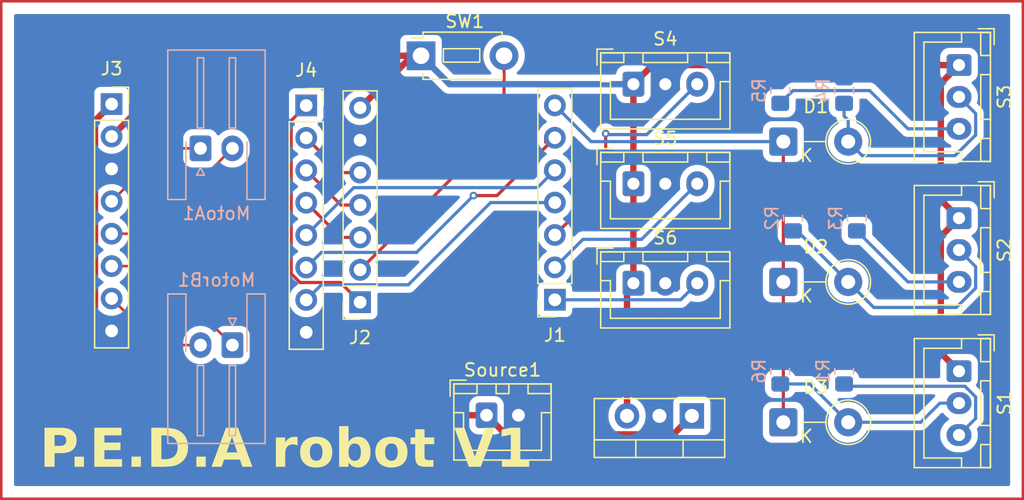
<source format=kicad_pcb>
(kicad_pcb (version 20241229) (generator "pcbnew") (generator_version "9.0")
  (layers (0 "F.Cu" signal) (2 "B.Cu" signal) (13 "F.Paste" user) (15 "B.Paste" user) (5 "F.SilkS" user "F.Silkscreen") (7 "B.SilkS" user "B.Silkscreen") (1 "F.Mask" user) (3 "B.Mask" user) (25 "Edge.Cuts" user))
  (net 0 "")
  (net 1 "GND")
  (net 2 "+10V")
  (net 3 "Net-(D1-K)")
  (net 4 "/S3")
  (net 5 "/S2")
  (net 6 "/S1")
  (net 7 "/MB2")
  (net 8 "/MB1")
  (net 9 "+5V")
  (net 10 "/MA2")
  (net 11 "/MA1")
  (net 12 "Net-(J3-Pin_5)")
  (net 13 "Net-(J3-Pin_7)")
  (net 14 "Net-(J3-Pin_6)")
  (net 15 "Net-(J3-Pin_4)")
  (net 16 "/PWMA")
  (net 17 "/PWMB")
  (net 18 "/Stby")
  (net 19 "Net-(S1-Pin_3)")
  (net 20 "Net-(S2-Pin_3)")
  (net 21 "Net-(S3-Pin_3)")
  (net 22 "/S6")
  (net 23 "/S4")
  (net 24 "/S5")
  (net 25 "Net-(J2-Pin_2)")
  (footprint "Package_TO_SOT_THT:TO-220-3_Vertical" (layer "F.Cu") (at 192.08 86.5 180)
    (property "Reference" "U2" (hide yes))
    (property "Value" "LM7805_TO220")
    (fp_line (start 7.65 1.36) (end -2.57 1.36) (stroke (width 0.12)) (layer "F.SilkS"))
    (fp_line (start 7.65 -3.26) (end 7.65 1.36) (stroke (width 0.12)) (layer "F.SilkS"))
    (fp_line (start 4.39 -3.26) (end 4.39 -1.88) (stroke (width 0.12)) (layer "F.SilkS"))
    (fp_line (start 0.69 -3.26) (end 0.69 -1.88) (stroke (width 0.12)) (layer "F.SilkS"))
    (fp_line (start -2.57 1.36) (end -2.57 -3.26) (stroke (width 0.12)) (layer "F.SilkS"))
    (fp_line (start -2.57 -1.88) (end 7.65 -1.88) (stroke (width 0.12)) (layer "F.SilkS"))
    (fp_line (start -2.57 -3.26) (end 7.65 -3.26) (stroke (width 0.12)) (layer "F.SilkS"))
    (pad "1" thru_hole rect (at 0 0 180) (size 1.905 2) (drill 1.1) (layers "*.Cu" "*.Mask") (net 2 "+10V"))
    (pad "2" thru_hole oval (at 2.54 0 180) (size 1.905 2) (drill 1.1) (layers "*.Cu" "*.Mask") (net 1 "GND"))
    (pad "3" thru_hole oval (at 5.08 0 180) (size 1.905 2) (drill 1.1) (layers "*.Cu" "*.Mask") (net 9 "+5V"))
  )
  (footprint "Connector_JST:JST_XH_B2B-XH-A_1x02_P2.50mm_Vertical" (layer "F.Cu") (at 176 86.45)
    (property "Reference" "Source1" (at 1.25 -3.55 0) (layer "F.SilkS"))
    (property "Value" "Conn_01x02_Socket")
    (fp_line (start -2.85 -2.75) (end -2.85 -1.5) (stroke (width 0.12)) (layer "F.SilkS"))
    (fp_line (start -2.56 -2.46) (end -2.56 3.51) (stroke (width 0.12)) (layer "F.SilkS"))
    (fp_line (start -2.56 3.51) (end 5.06 3.51) (stroke (width 0.12)) (layer "F.SilkS"))
    (fp_line (start -2.55 -2.45) (end -2.55 -1.7) (stroke (width 0.12)) (layer "F.SilkS"))
    (fp_line (start -2.55 -1.7) (end -0.75 -1.7) (stroke (width 0.12)) (layer "F.SilkS"))
    (fp_line (start -2.55 -0.2) (end -1.8 -0.2) (stroke (width 0.12)) (layer "F.SilkS"))
    (fp_line (start -1.8 -0.2) (end -1.8 2.75) (stroke (width 0.12)) (layer "F.SilkS"))
    (fp_line (start -1.8 2.75) (end 1.25 2.75) (stroke (width 0.12)) (layer "F.SilkS"))
    (fp_line (start -1.6 -2.75) (end -2.85 -2.75) (stroke (width 0.12)) (layer "F.SilkS"))
    (fp_line (start -0.75 -2.45) (end -2.55 -2.45) (stroke (width 0.12)) (layer "F.SilkS"))
    (fp_line (start -0.75 -1.7) (end -0.75 -2.45) (stroke (width 0.12)) (layer "F.SilkS"))
    (fp_line (start 0.75 -2.45) (end 0.75 -1.7) (stroke (width 0.12)) (layer "F.SilkS"))
    (fp_line (start 0.75 -1.7) (end 1.75 -1.7) (stroke (width 0.12)) (layer "F.SilkS"))
    (fp_line (start 1.75 -2.45) (end 0.75 -2.45) (stroke (width 0.12)) (layer "F.SilkS"))
    (fp_line (start 1.75 -1.7) (end 1.75 -2.45) (stroke (width 0.12)) (layer "F.SilkS"))
    (fp_line (start 3.25 -2.45) (end 3.25 -1.7) (stroke (width 0.12)) (layer "F.SilkS"))
    (fp_line (start 3.25 -1.7) (end 5.05 -1.7) (stroke (width 0.12)) (layer "F.SilkS"))
    (fp_line (start 4.3 -0.2) (end 4.3 2.75) (stroke (width 0.12)) (layer "F.SilkS"))
    (fp_line (start 4.3 2.75) (end 1.25 2.75) (stroke (width 0.12)) (layer "F.SilkS"))
    (fp_line (start 5.05 -2.45) (end 3.25 -2.45) (stroke (width 0.12)) (layer "F.SilkS"))
    (fp_line (start 5.05 -1.7) (end 5.05 -2.45) (stroke (width 0.12)) (layer "F.SilkS"))
    (fp_line (start 5.05 -0.2) (end 4.3 -0.2) (stroke (width 0.12)) (layer "F.SilkS"))
    (fp_line (start 5.06 -2.46) (end -2.56 -2.46) (stroke (width 0.12)) (layer "F.SilkS"))
    (fp_line (start 5.06 3.51) (end 5.06 -2.46) (stroke (width 0.12)) (layer "F.SilkS"))
    (pad "1" thru_hole roundrect (at 0 0) (size 1.7 2) (drill 1) (layers "*.Cu" "*.Mask") (roundrect_rratio 0.147059) (net 2 "+10V"))
    (pad "2" thru_hole oval (at 2.5 0) (size 1.7 2) (drill 1) (layers "*.Cu" "*.Mask") (net 1 "GND"))
  )
  (footprint "Connector_PinSocket_2.54mm:PinSocket_1x08_P2.54mm_Vertical" (layer "F.Cu") (at 146.64 62.06)
    (property "Reference" "J3" (at 0 -2.77 0) (layer "F.SilkS"))
    (property "Value" "Conn_01x08_Socket")
    (fp_line (start -1.33 1.27) (end -1.33 19.11) (stroke (width 0.12)) (layer "F.SilkS"))
    (fp_line (start -1.33 1.27) (end 1.33 1.27) (stroke (width 0.12)) (layer "F.SilkS"))
    (fp_line (start -1.33 19.11) (end 1.33 19.11) (stroke (width 0.12)) (layer "F.SilkS"))
    (fp_line (start 0 -1.33) (end 1.33 -1.33) (stroke (width 0.12)) (layer "F.SilkS"))
    (fp_line (start 1.33 -1.33) (end 1.33 0) (stroke (width 0.12)) (layer "F.SilkS"))
    (fp_line (start 1.33 1.27) (end 1.33 19.11) (stroke (width 0.12)) (layer "F.SilkS"))
    (pad "1" thru_hole rect (at 0 0) (size 1.7 1.7) (drill 1) (layers "*.Cu" "*.Mask") (net 2 "+10V"))
    (pad "2" thru_hole circle (at 0 2.54) (size 1.7 1.7) (drill 1) (layers "*.Cu" "*.Mask") (net 9 "+5V"))
    (pad "3" thru_hole circle (at 0 5.08) (size 1.7 1.7) (drill 1) (layers "*.Cu" "*.Mask") (net 1 "GND"))
    (pad "4" thru_hole circle (at 0 7.62) (size 1.7 1.7) (drill 1) (layers "*.Cu" "*.Mask") (net 15 "Net-(J3-Pin_4)"))
    (pad "5" thru_hole circle (at 0 10.16) (size 1.7 1.7) (drill 1) (layers "*.Cu" "*.Mask") (net 12 "Net-(J3-Pin_5)"))
    (pad "6" thru_hole circle (at 0 12.7) (size 1.7 1.7) (drill 1) (layers "*.Cu" "*.Mask") (net 14 "Net-(J3-Pin_6)"))
    (pad "7" thru_hole circle (at 0 15.24) (size 1.7 1.7) (drill 1) (layers "*.Cu" "*.Mask") (net 13 "Net-(J3-Pin_7)"))
    (pad "8" thru_hole circle (at 0 17.78) (size 1.7 1.7) (drill 1) (layers "*.Cu" "*.Mask") (net 1 "GND"))
  )
  (footprint "Button_Switch_THT:SW_PUSH_1P1T_6x3.5mm_H5.0_APEM_MJTP1250" (layer "F.Cu") (at 170.87 58.27)
    (property "Reference" "SW1" (at 3.42 -2.7 0) (layer "F.SilkS"))
    (property "Value" "SW_Push")
    (fp_line (start 0.15 -1.85) (end 0.15 -1.39) (stroke (width 0.12)) (layer "F.SilkS"))
    (fp_line (start 0.15 -1.39) (end -0.85 -1.39) (stroke (width 0.12)) (layer "F.SilkS"))
    (fp_line (start 0.15 1.39) (end 0.15 1.85) (stroke (width 0.12)) (layer "F.SilkS"))
    (fp_line (start 0.15 1.85) (end 6.35 1.85) (stroke (width 0.12)) (layer "F.SilkS"))
    (fp_line (start 6.35 -1.85) (end 0.15 -1.85) (stroke (width 0.12)) (layer "F.SilkS"))
    (fp_line (start 6.35 -1.85) (end 6.35 -1.39) (stroke (width 0.12)) (layer "F.SilkS"))
    (fp_line (start 6.35 1.39) (end 6.35 1.85) (stroke (width 0.12)) (layer "F.SilkS"))
    (fp_rect (start 1.75 -0.55) (end 4.6 0.5) (stroke (width 0.12)) (fill no) (layer "F.SilkS"))
    (pad "1" thru_hole rect (at 0 0 90) (size 2.25 2.25) (drill 1.3) (layers "*.Cu" "*.Mask") (net 9 "+5V"))
    (pad "2" thru_hole circle (at 6.5 0 90) (size 2.25 2.25) (drill 1.3) (layers "*.Cu" "*.Mask") (net 25 "Net-(J2-Pin_2)"))
  )
  (footprint "Diode_THT:D_DO-41_SOD81_P5.08mm_Vertical_KathodeUp" (layer "F.Cu") (at 199.242182 87)
    (property "Reference" "D3" (at 2.54 -2.750635 0) (layer "F.SilkS"))
    (property "Value" "1N4001")
    (fp_line (start 3.329365 0) (end 1.4 0) (stroke (width 0.12)) (layer "F.SilkS"))
    (fp_circle (center 5.08 0) (end 6.830635 0) (stroke (width 0.12)) (fill no) (layer "F.SilkS"))
    (fp_text user "K" (at 1.8 1.1 0) (layer "F.SilkS"))
    (pad "1" thru_hole roundrect (at 0 0) (size 2.2 2.2) (drill 1.1) (layers "*.Cu" "*.Mask") (roundrect_rratio 0.113636) (net 3 "Net-(D1-K)"))
    (pad "2" thru_hole circle (at 5.08 0) (size 2.2 2.2) (drill 1.1) (layers "*.Cu" "*.Mask") (net 6 "/S1"))
  )
  (footprint "Connector_JST:JST_XH_B3B-XH-A_1x03_P2.50mm_Vertical" (layer "F.Cu") (at 213 71 -90)
    (property "Reference" "S2" (at 2.5 -3.55 90) (layer "F.SilkS"))
    (property "Value" "Conn_01x03_Socket")
    (fp_line (start -2.56 3.51) (end 7.56 3.51) (stroke (width 0.12)) (layer "F.SilkS"))
    (fp_line (start 7.56 3.51) (end 7.56 -2.46) (stroke (width 0.12)) (layer "F.SilkS"))
    (fp_line (start -1.8 2.75) (end 2.5 2.75) (stroke (width 0.12)) (layer "F.SilkS"))
    (fp_line (start 6.8 2.75) (end 2.5 2.75) (stroke (width 0.12)) (layer "F.SilkS"))
    (fp_line (start -2.55 -0.2) (end -1.8 -0.2) (stroke (width 0.12)) (layer "F.SilkS"))
    (fp_line (start -1.8 -0.2) (end -1.8 2.75) (stroke (width 0.12)) (layer "F.SilkS"))
    (fp_line (start 6.8 -0.2) (end 6.8 2.75) (stroke (width 0.12)) (layer "F.SilkS"))
    (fp_line (start 7.55 -0.2) (end 6.8 -0.2) (stroke (width 0.12)) (layer "F.SilkS"))
    (fp_line (start -2.55 -1.7) (end -0.75 -1.7) (stroke (width 0.12)) (layer "F.SilkS"))
    (fp_line (start -0.75 -1.7) (end -0.75 -2.45) (stroke (width 0.12)) (layer "F.SilkS"))
    (fp_line (start 0.75 -1.7) (end 4.25 -1.7) (stroke (width 0.12)) (layer "F.SilkS"))
    (fp_line (start 4.25 -1.7) (end 4.25 -2.45) (stroke (width 0.12)) (layer "F.SilkS"))
    (fp_line (start 5.75 -1.7) (end 7.55 -1.7) (stroke (width 0.12)) (layer "F.SilkS"))
    (fp_line (start 7.55 -1.7) (end 7.55 -2.45) (stroke (width 0.12)) (layer "F.SilkS"))
    (fp_line (start -2.55 -2.45) (end -2.55 -1.7) (stroke (width 0.12)) (layer "F.SilkS"))
    (fp_line (start -0.75 -2.45) (end -2.55 -2.45) (stroke (width 0.12)) (layer "F.SilkS"))
    (fp_line (start 0.75 -2.45) (end 0.75 -1.7) (stroke (width 0.12)) (layer "F.SilkS"))
    (fp_line (start 4.25 -2.45) (end 0.75 -2.45) (stroke (width 0.12)) (layer "F.SilkS"))
    (fp_line (start 5.75 -2.45) (end 5.75 -1.7) (stroke (width 0.12)) (layer "F.SilkS"))
    (fp_line (start 7.55 -2.45) (end 5.75 -2.45) (stroke (width 0.12)) (layer "F.SilkS"))
    (fp_line (start -2.56 -2.46) (end -2.56 3.51) (stroke (width 0.12)) (layer "F.SilkS"))
    (fp_line (start 7.56 -2.46) (end -2.56 -2.46) (stroke (width 0.12)) (layer "F.SilkS"))
    (fp_line (start -2.85 -2.75) (end -2.85 -1.5) (stroke (width 0.12)) (layer "F.SilkS"))
    (fp_line (start -1.6 -2.75) (end -2.85 -2.75) (stroke (width 0.12)) (layer "F.SilkS"))
    (pad "1" thru_hole roundrect (at 0 0 270) (size 1.7 1.95) (drill 0.95) (layers "*.Cu" "*.Mask") (roundrect_rratio 0.147059) (net 9 "+5V"))
    (pad "2" thru_hole oval (at 2.5 0 270) (size 1.7 1.95) (drill 0.95) (layers "*.Cu" "*.Mask") (net 5 "/S2"))
    (pad "3" thru_hole oval (at 5 0 270) (size 1.7 1.95) (drill 0.95) (layers "*.Cu" "*.Mask") (net 20 "Net-(S2-Pin_3)"))
  )
  (footprint "Connector_PinSocket_2.54mm:PinSocket_1x07_P2.54mm_Vertical" (layer "F.Cu") (at 166.1 77.59 180)
    (property "Reference" "J2" (at 0 -2.77 0) (layer "F.SilkS"))
    (property "Value" "Conn_01x07_Socket")
    (fp_line (start 1.33 1.27) (end 1.33 16.57) (stroke (width 0.12)) (layer "F.SilkS"))
    (fp_line (start 1.33 -1.33) (end 1.33 0) (stroke (width 0.12)) (layer "F.SilkS"))
    (fp_line (start 0 -1.33) (end 1.33 -1.33) (stroke (width 0.12)) (layer "F.SilkS"))
    (fp_line (start -1.33 16.57) (end 1.33 16.57) (stroke (width 0.12)) (layer "F.SilkS"))
    (fp_line (start -1.33 1.27) (end 1.33 1.27) (stroke (width 0.12)) (layer "F.SilkS"))
    (fp_line (start -1.33 1.27) (end -1.33 16.57) (stroke (width 0.12)) (layer "F.SilkS"))
    (pad "1" thru_hole rect (at 0 0 180) (size 1.7 1.7) (drill 1) (layers "*.Cu" "*.Mask") (net 16 "/PWMA"))
    (pad "2" thru_hole circle (at 0 2.54 180) (size 1.7 1.7) (drill 1) (layers "*.Cu" "*.Mask") (net 25 "Net-(J2-Pin_2)"))
    (pad "3" thru_hole circle (at 0 5.08 180) (size 1.7 1.7) (drill 1) (layers "*.Cu" "*.Mask") (net 18 "/Stby"))
    (pad "4" thru_hole circle (at 0 7.62 180) (size 1.7 1.7) (drill 1) (layers "*.Cu" "*.Mask") (net 10 "/MA2"))
    (pad "5" thru_hole circle (at 0 10.16 180) (size 1.7 1.7) (drill 1) (layers "*.Cu" "*.Mask") (net 11 "/MA1"))
    (pad "6" thru_hole circle (at 0 12.7 180) (size 1.7 1.7) (drill 1) (layers "*.Cu" "*.Mask") (net 1 "GND"))
    (pad "7" thru_hole circle (at 0 15.24 180) (size 1.7 1.7) (drill 1) (layers "*.Cu" "*.Mask") (net 9 "+5V"))
  )
  (footprint "Connector_JST:JST_XH_B3B-XH-A_1x03_P2.50mm_Vertical" (layer "F.Cu") (at 213 59 -90)
    (property "Reference" "S3" (at 2.5 -3.55 90) (layer "F.SilkS"))
    (property "Value" "Conn_01x03_Socket")
    (fp_line (start -2.56 3.51) (end 7.56 3.51) (stroke (width 0.12)) (layer "F.SilkS"))
    (fp_line (start 7.56 3.51) (end 7.56 -2.46) (stroke (width 0.12)) (layer "F.SilkS"))
    (fp_line (start -1.8 2.75) (end 2.5 2.75) (stroke (width 0.12)) (layer "F.SilkS"))
    (fp_line (start 6.8 2.75) (end 2.5 2.75) (stroke (width 0.12)) (layer "F.SilkS"))
    (fp_line (start -2.55 -0.2) (end -1.8 -0.2) (stroke (width 0.12)) (layer "F.SilkS"))
    (fp_line (start -1.8 -0.2) (end -1.8 2.75) (stroke (width 0.12)) (layer "F.SilkS"))
    (fp_line (start 6.8 -0.2) (end 6.8 2.75) (stroke (width 0.12)) (layer "F.SilkS"))
    (fp_line (start 7.55 -0.2) (end 6.8 -0.2) (stroke (width 0.12)) (layer "F.SilkS"))
    (fp_line (start -2.55 -1.7) (end -0.75 -1.7) (stroke (width 0.12)) (layer "F.SilkS"))
    (fp_line (start -0.75 -1.7) (end -0.75 -2.45) (stroke (width 0.12)) (layer "F.SilkS"))
    (fp_line (start 0.75 -1.7) (end 4.25 -1.7) (stroke (width 0.12)) (layer "F.SilkS"))
    (fp_line (start 4.25 -1.7) (end 4.25 -2.45) (stroke (width 0.12)) (layer "F.SilkS"))
    (fp_line (start 5.75 -1.7) (end 7.55 -1.7) (stroke (width 0.12)) (layer "F.SilkS"))
    (fp_line (start 7.55 -1.7) (end 7.55 -2.45) (stroke (width 0.12)) (layer "F.SilkS"))
    (fp_line (start -2.55 -2.45) (end -2.55 -1.7) (stroke (width 0.12)) (layer "F.SilkS"))
    (fp_line (start -0.75 -2.45) (end -2.55 -2.45) (stroke (width 0.12)) (layer "F.SilkS"))
    (fp_line (start 0.75 -2.45) (end 0.75 -1.7) (stroke (width 0.12)) (layer "F.SilkS"))
    (fp_line (start 4.25 -2.45) (end 0.75 -2.45) (stroke (width 0.12)) (layer "F.SilkS"))
    (fp_line (start 5.75 -2.45) (end 5.75 -1.7) (stroke (width 0.12)) (layer "F.SilkS"))
    (fp_line (start 7.55 -2.45) (end 5.75 -2.45) (stroke (width 0.12)) (layer "F.SilkS"))
    (fp_line (start -2.56 -2.46) (end -2.56 3.51) (stroke (width 0.12)) (layer "F.SilkS"))
    (fp_line (start 7.56 -2.46) (end -2.56 -2.46) (stroke (width 0.12)) (layer "F.SilkS"))
    (fp_line (start -2.85 -2.75) (end -2.85 -1.5) (stroke (width 0.12)) (layer "F.SilkS"))
    (fp_line (start -1.6 -2.75) (end -2.85 -2.75) (stroke (width 0.12)) (layer "F.SilkS"))
    (pad "1" thru_hole roundrect (at 0 0 270) (size 1.7 1.95) (drill 0.95) (layers "*.Cu" "*.Mask") (roundrect_rratio 0.147059) (net 9 "+5V"))
    (pad "2" thru_hole oval (at 2.5 0 270) (size 1.7 1.95) (drill 0.95) (layers "*.Cu" "*.Mask") (net 4 "/S3"))
    (pad "3" thru_hole oval (at 5 0 270) (size 1.7 1.95) (drill 0.95) (layers "*.Cu" "*.Mask") (net 21 "Net-(S3-Pin_3)"))
  )
  (footprint "Connector_JST:JST_XH_B3B-XH-A_1x03_P2.50mm_Vertical" (layer "F.Cu") (at 213 83 -90)
    (property "Reference" "S1" (at 2.5 -3.55 90) (layer "F.SilkS"))
    (property "Value" "Conn_01x03_Socket")
    (fp_line (start -2.56 3.51) (end 7.56 3.51) (stroke (width 0.12)) (layer "F.SilkS"))
    (fp_line (start 7.56 3.51) (end 7.56 -2.46) (stroke (width 0.12)) (layer "F.SilkS"))
    (fp_line (start -1.8 2.75) (end 2.5 2.75) (stroke (width 0.12)) (layer "F.SilkS"))
    (fp_line (start 6.8 2.75) (end 2.5 2.75) (stroke (width 0.12)) (layer "F.SilkS"))
    (fp_line (start -2.55 -0.2) (end -1.8 -0.2) (stroke (width 0.12)) (layer "F.SilkS"))
    (fp_line (start -1.8 -0.2) (end -1.8 2.75) (stroke (width 0.12)) (layer "F.SilkS"))
    (fp_line (start 6.8 -0.2) (end 6.8 2.75) (stroke (width 0.12)) (layer "F.SilkS"))
    (fp_line (start 7.55 -0.2) (end 6.8 -0.2) (stroke (width 0.12)) (layer "F.SilkS"))
    (fp_line (start -2.55 -1.7) (end -0.75 -1.7) (stroke (width 0.12)) (layer "F.SilkS"))
    (fp_line (start -0.75 -1.7) (end -0.75 -2.45) (stroke (width 0.12)) (layer "F.SilkS"))
    (fp_line (start 0.75 -1.7) (end 4.25 -1.7) (stroke (width 0.12)) (layer "F.SilkS"))
    (fp_line (start 4.25 -1.7) (end 4.25 -2.45) (stroke (width 0.12)) (layer "F.SilkS"))
    (fp_line (start 5.75 -1.7) (end 7.55 -1.7) (stroke (width 0.12)) (layer "F.SilkS"))
    (fp_line (start 7.55 -1.7) (end 7.55 -2.45) (stroke (width 0.12)) (layer "F.SilkS"))
    (fp_line (start -2.55 -2.45) (end -2.55 -1.7) (stroke (width 0.12)) (layer "F.SilkS"))
    (fp_line (start -0.75 -2.45) (end -2.55 -2.45) (stroke (width 0.12)) (layer "F.SilkS"))
    (fp_line (start 0.75 -2.45) (end 0.75 -1.7) (stroke (width 0.12)) (layer "F.SilkS"))
    (fp_line (start 4.25 -2.45) (end 0.75 -2.45) (stroke (width 0.12)) (layer "F.SilkS"))
    (fp_line (start 5.75 -2.45) (end 5.75 -1.7) (stroke (width 0.12)) (layer "F.SilkS"))
    (fp_line (start 7.55 -2.45) (end 5.75 -2.45) (stroke (width 0.12)) (layer "F.SilkS"))
    (fp_line (start -2.56 -2.46) (end -2.56 3.51) (stroke (width 0.12)) (layer "F.SilkS"))
    (fp_line (start 7.56 -2.46) (end -2.56 -2.46) (stroke (width 0.12)) (layer "F.SilkS"))
    (fp_line (start -2.85 -2.75) (end -2.85 -1.5) (stroke (width 0.12)) (layer "F.SilkS"))
    (fp_line (start -1.6 -2.75) (end -2.85 -2.75) (stroke (width 0.12)) (layer "F.SilkS"))
    (pad "1" thru_hole roundrect (at 0 0 270) (size 1.7 1.95) (drill 0.95) (layers "*.Cu" "*.Mask") (roundrect_rratio 0.147059) (net 9 "+5V"))
    (pad "2" thru_hole oval (at 2.5 0 270) (size 1.7 1.95) (drill 0.95) (layers "*.Cu" "*.Mask") (net 6 "/S1"))
    (pad "3" thru_hole oval (at 5 0 270) (size 1.7 1.95) (drill 0.95) (layers "*.Cu" "*.Mask") (net 19 "Net-(S1-Pin_3)"))
  )
  (footprint "Connector_PinSocket_2.54mm:PinSocket_1x07_P2.54mm_Vertical" (layer "F.Cu") (at 181.35 77.4 180)
    (property "Reference" "J1" (at 0 -2.77 0) (layer "F.SilkS"))
    (property "Value" "Conn_01x07_Socket")
    (fp_line (start 1.33 1.27) (end 1.33 16.57) (stroke (width 0.12)) (layer "F.SilkS"))
    (fp_line (start 1.33 -1.33) (end 1.33 0) (stroke (width 0.12)) (layer "F.SilkS"))
    (fp_line (start 0 -1.33) (end 1.33 -1.33) (stroke (width 0.12)) (layer "F.SilkS"))
    (fp_line (start -1.33 16.57) (end 1.33 16.57) (stroke (width 0.12)) (layer "F.SilkS"))
    (fp_line (start -1.33 1.27) (end 1.33 1.27) (stroke (width 0.12)) (layer "F.SilkS"))
    (fp_line (start -1.33 1.27) (end -1.33 16.57) (stroke (width 0.12)) (layer "F.SilkS"))
    (pad "1" thru_hole rect (at 0 0 180) (size 1.7 1.7) (drill 1) (layers "*.Cu" "*.Mask") (net 22 "/S6"))
    (pad "2" thru_hole circle (at 0 2.54 180) (size 1.7 1.7) (drill 1) (layers "*.Cu" "*.Mask") (net 24 "/S5"))
    (pad "3" thru_hole circle (at 0 5.08 180) (size 1.7 1.7) (drill 1) (layers "*.Cu" "*.Mask") (net 23 "/S4"))
    (pad "4" thru_hole circle (at 0 7.62 180) (size 1.7 1.7) (drill 1) (layers "*.Cu" "*.Mask") (net 17 "/PWMB"))
    (pad "5" thru_hole circle (at 0 10.16 180) (size 1.7 1.7) (drill 1) (layers "*.Cu" "*.Mask") (net 8 "/MB1"))
    (pad "6" thru_hole circle (at 0 12.7 180) (size 1.7 1.7) (drill 1) (layers "*.Cu" "*.Mask") (net 7 "/MB2"))
    (pad "7" thru_hole circle (at 0 15.24 180) (size 1.7 1.7) (drill 1) (layers "*.Cu" "*.Mask") (net 3 "Net-(D1-K)"))
  )
  (footprint "Connector_JST:JST_XH_B3B-XH-A_1x03_P2.50mm_Vertical" (layer "F.Cu") (at 187.5 60.5)
    (property "Reference" "S4" (at 2.5 -3.55 0) (layer "F.SilkS"))
    (property "Value" "Conn_01x03_Socket")
    (fp_line (start -2.85 -2.75) (end -2.85 -1.5) (stroke (width 0.12)) (layer "F.SilkS"))
    (fp_line (start -2.56 -2.46) (end -2.56 3.51) (stroke (width 0.12)) (layer "F.SilkS"))
    (fp_line (start -2.56 3.51) (end 7.56 3.51) (stroke (width 0.12)) (layer "F.SilkS"))
    (fp_line (start -2.55 -2.45) (end -2.55 -1.7) (stroke (width 0.12)) (layer "F.SilkS"))
    (fp_line (start -2.55 -1.7) (end -0.75 -1.7) (stroke (width 0.12)) (layer "F.SilkS"))
    (fp_line (start -2.55 -0.2) (end -1.8 -0.2) (stroke (width 0.12)) (layer "F.SilkS"))
    (fp_line (start -1.8 -0.2) (end -1.8 2.75) (stroke (width 0.12)) (layer "F.SilkS"))
    (fp_line (start -1.8 2.75) (end 2.5 2.75) (stroke (width 0.12)) (layer "F.SilkS"))
    (fp_line (start -1.6 -2.75) (end -2.85 -2.75) (stroke (width 0.12)) (layer "F.SilkS"))
    (fp_line (start -0.75 -2.45) (end -2.55 -2.45) (stroke (width 0.12)) (layer "F.SilkS"))
    (fp_line (start -0.75 -1.7) (end -0.75 -2.45) (stroke (width 0.12)) (layer "F.SilkS"))
    (fp_line (start 0.75 -2.45) (end 0.75 -1.7) (stroke (width 0.12)) (layer "F.SilkS"))
    (fp_line (start 0.75 -1.7) (end 4.25 -1.7) (stroke (width 0.12)) (layer "F.SilkS"))
    (fp_line (start 4.25 -2.45) (end 0.75 -2.45) (stroke (width 0.12)) (layer "F.SilkS"))
    (fp_line (start 4.25 -1.7) (end 4.25 -2.45) (stroke (width 0.12)) (layer "F.SilkS"))
    (fp_line (start 5.75 -2.45) (end 5.75 -1.7) (stroke (width 0.12)) (layer "F.SilkS"))
    (fp_line (start 5.75 -1.7) (end 7.55 -1.7) (stroke (width 0.12)) (layer "F.SilkS"))
    (fp_line (start 6.8 -0.2) (end 6.8 2.75) (stroke (width 0.12)) (layer "F.SilkS"))
    (fp_line (start 6.8 2.75) (end 2.5 2.75) (stroke (width 0.12)) (layer "F.SilkS"))
    (fp_line (start 7.55 -2.45) (end 5.75 -2.45) (stroke (width 0.12)) (layer "F.SilkS"))
    (fp_line (start 7.55 -1.7) (end 7.55 -2.45) (stroke (width 0.12)) (layer "F.SilkS"))
    (fp_line (start 7.55 -0.2) (end 6.8 -0.2) (stroke (width 0.12)) (layer "F.SilkS"))
    (fp_line (start 7.56 -2.46) (end -2.56 -2.46) (stroke (width 0.12)) (layer "F.SilkS"))
    (fp_line (start 7.56 3.51) (end 7.56 -2.46) (stroke (width 0.12)) (layer "F.SilkS"))
    (pad "1" thru_hole roundrect (at 0 0) (size 1.7 1.95) (drill 0.95) (layers "*.Cu" "*.Mask") (roundrect_rratio 0.147059) (net 9 "+5V"))
    (pad "2" thru_hole oval (at 2.5 0) (size 1.7 1.95) (drill 0.95) (layers "*.Cu" "*.Mask") (net 1 "GND"))
    (pad "3" thru_hole oval (at 5 0) (size 1.7 1.95) (drill 0.95) (layers "*.Cu" "*.Mask") (net 23 "/S4"))
  )
  (footprint "Diode_THT:D_DO-41_SOD81_P5.08mm_Vertical_KathodeUp" (layer "F.Cu") (at 199.242182 65)
    (property "Reference" "D1" (at 2.54 -2.750635 0) (layer "F.SilkS"))
    (property "Value" "1N4001")
    (fp_line (start 3.329365 0) (end 1.4 0) (stroke (width 0.12)) (layer "F.SilkS"))
    (fp_circle (center 5.08 0) (end 6.830635 0) (stroke (width 0.12)) (fill no) (layer "F.SilkS"))
    (fp_text user "K" (at 1.8 1.1 0) (layer "F.SilkS"))
    (pad "1" thru_hole roundrect (at 0 0) (size 2.2 2.2) (drill 1.1) (layers "*.Cu" "*.Mask") (roundrect_rratio 0.113636) (net 3 "Net-(D1-K)"))
    (pad "2" thru_hole circle (at 5.08 0) (size 2.2 2.2) (drill 1.1) (layers "*.Cu" "*.Mask") (net 4 "/S3"))
  )
  (footprint "Connector_PinSocket_2.54mm:PinSocket_1x08_P2.54mm_Vertical" (layer "F.Cu") (at 161.88 62.17)
    (property "Reference" "J4" (at 0 -2.77 0) (layer "F.SilkS"))
    (property "Value" "Conn_01x08_Socket")
    (fp_line (start -1.33 1.27) (end -1.33 19.11) (stroke (width 0.12)) (layer "F.SilkS"))
    (fp_line (start -1.33 1.27) (end 1.33 1.27) (stroke (width 0.12)) (layer "F.SilkS"))
    (fp_line (start -1.33 19.11) (end 1.33 19.11) (stroke (width 0.12)) (layer "F.SilkS"))
    (fp_line (start 0 -1.33) (end 1.33 -1.33) (stroke (width 0.12)) (layer "F.SilkS"))
    (fp_line (start 1.33 -1.33) (end 1.33 0) (stroke (width 0.12)) (layer "F.SilkS"))
    (fp_line (start 1.33 1.27) (end 1.33 19.11) (stroke (width 0.12)) (layer "F.SilkS"))
    (pad "1" thru_hole rect (at 0 0) (size 1.7 1.7) (drill 1) (layers "*.Cu" "*.Mask") (net 16 "/PWMA"))
    (pad "2" thru_hole circle (at 0 2.54) (size 1.7 1.7) (drill 1) (layers "*.Cu" "*.Mask") (net 11 "/MA1"))
    (pad "3" thru_hole circle (at 0 5.08) (size 1.7 1.7) (drill 1) (layers "*.Cu" "*.Mask") (net 10 "/MA2"))
    (pad "4" thru_hole circle (at 0 7.62) (size 1.7 1.7) (drill 1) (layers "*.Cu" "*.Mask") (net 18 "/Stby"))
    (pad "5" thru_hole circle (at 0 10.16) (size 1.7 1.7) (drill 1) (layers "*.Cu" "*.Mask") (net 8 "/MB1"))
    (pad "6" thru_hole circle (at 0 12.7) (size 1.7 1.7) (drill 1) (layers "*.Cu" "*.Mask") (net 7 "/MB2"))
    (pad "7" thru_hole circle (at 0 15.24) (size 1.7 1.7) (drill 1) (layers "*.Cu" "*.Mask") (net 17 "/PWMB"))
    (pad "8" thru_hole circle (at 0 17.78) (size 1.7 1.7) (drill 1) (layers "*.Cu" "*.Mask") (net 1 "GND"))
  )
  (footprint "Connector_JST:JST_XH_B3B-XH-A_1x03_P2.50mm_Vertical" (layer "F.Cu") (at 187.5 68.3)
    (property "Reference" "S5" (at 2.5 -3.55 0) (layer "F.SilkS"))
    (property "Value" "Conn_01x03_Socket")
    (fp_line (start -2.85 -2.75) (end -2.85 -1.5) (stroke (width 0.12)) (layer "F.SilkS"))
    (fp_line (start -2.56 -2.46) (end -2.56 3.51) (stroke (width 0.12)) (layer "F.SilkS"))
    (fp_line (start -2.56 3.51) (end 7.56 3.51) (stroke (width 0.12)) (layer "F.SilkS"))
    (fp_line (start -2.55 -2.45) (end -2.55 -1.7) (stroke (width 0.12)) (layer "F.SilkS"))
    (fp_line (start -2.55 -1.7) (end -0.75 -1.7) (stroke (width 0.12)) (layer "F.SilkS"))
    (fp_line (start -2.55 -0.2) (end -1.8 -0.2) (stroke (width 0.12)) (layer "F.SilkS"))
    (fp_line (start -1.8 -0.2) (end -1.8 2.75) (stroke (width 0.12)) (layer "F.SilkS"))
    (fp_line (start -1.8 2.75) (end 2.5 2.75) (stroke (width 0.12)) (layer "F.SilkS"))
    (fp_line (start -1.6 -2.75) (end -2.85 -2.75) (stroke (width 0.12)) (layer "F.SilkS"))
    (fp_line (start -0.75 -2.45) (end -2.55 -2.45) (stroke (width 0.12)) (layer "F.SilkS"))
    (fp_line (start -0.75 -1.7) (end -0.75 -2.45) (stroke (width 0.12)) (layer "F.SilkS"))
    (fp_line (start 0.75 -2.45) (end 0.75 -1.7) (stroke (width 0.12)) (layer "F.SilkS"))
    (fp_line (start 0.75 -1.7) (end 4.25 -1.7) (stroke (width 0.12)) (layer "F.SilkS"))
    (fp_line (start 4.25 -2.45) (end 0.75 -2.45) (stroke (width 0.12)) (layer "F.SilkS"))
    (fp_line (start 4.25 -1.7) (end 4.25 -2.45) (stroke (width 0.12)) (layer "F.SilkS"))
    (fp_line (start 5.75 -2.45) (end 5.75 -1.7) (stroke (width 0.12)) (layer "F.SilkS"))
    (fp_line (start 5.75 -1.7) (end 7.55 -1.7) (stroke (width 0.12)) (layer "F.SilkS"))
    (fp_line (start 6.8 -0.2) (end 6.8 2.75) (stroke (width 0.12)) (layer "F.SilkS"))
    (fp_line (start 6.8 2.75) (end 2.5 2.75) (stroke (width 0.12)) (layer "F.SilkS"))
    (fp_line (start 7.55 -2.45) (end 5.75 -2.45) (stroke (width 0.12)) (layer "F.SilkS"))
    (fp_line (start 7.55 -1.7) (end 7.55 -2.45) (stroke (width 0.12)) (layer "F.SilkS"))
    (fp_line (start 7.55 -0.2) (end 6.8 -0.2) (stroke (width 0.12)) (layer "F.SilkS"))
    (fp_line (start 7.56 -2.46) (end -2.56 -2.46) (stroke (width 0.12)) (layer "F.SilkS"))
    (fp_line (start 7.56 3.51) (end 7.56 -2.46) (stroke (width 0.12)) (layer "F.SilkS"))
    (pad "1" thru_hole roundrect (at 0 0) (size 1.7 1.95) (drill 0.95) (layers "*.Cu" "*.Mask") (roundrect_rratio 0.147059) (net 9 "+5V"))
    (pad "2" thru_hole oval (at 2.5 0) (size 1.7 1.95) (drill 0.95) (layers "*.Cu" "*.Mask") (net 1 "GND"))
    (pad "3" thru_hole oval (at 5 0) (size 1.7 1.95) (drill 0.95) (layers "*.Cu" "*.Mask") (net 24 "/S5"))
  )
  (footprint "Connector_JST:JST_XH_B3B-XH-A_1x03_P2.50mm_Vertical" (layer "F.Cu") (at 187.5 76.1)
    (property "Reference" "S6" (at 2.5 -3.55 0) (layer "F.SilkS"))
    (property "Value" "Conn_01x03_Socket")
    (fp_line (start -2.85 -2.75) (end -2.85 -1.5) (stroke (width 0.12)) (layer "F.SilkS"))
    (fp_line (start -2.56 -2.46) (end -2.56 3.51) (stroke (width 0.12)) (layer "F.SilkS"))
    (fp_line (start -2.56 3.51) (end 7.56 3.51) (stroke (width 0.12)) (layer "F.SilkS"))
    (fp_line (start -2.55 -2.45) (end -2.55 -1.7) (stroke (width 0.12)) (layer "F.SilkS"))
    (fp_line (start -2.55 -1.7) (end -0.75 -1.7) (stroke (width 0.12)) (layer "F.SilkS"))
    (fp_line (start -2.55 -0.2) (end -1.8 -0.2) (stroke (width 0.12)) (layer "F.SilkS"))
    (fp_line (start -1.8 -0.2) (end -1.8 2.75) (stroke (width 0.12)) (layer "F.SilkS"))
    (fp_line (start -1.8 2.75) (end 2.5 2.75) (stroke (width 0.12)) (layer "F.SilkS"))
    (fp_line (start -1.6 -2.75) (end -2.85 -2.75) (stroke (width 0.12)) (layer "F.SilkS"))
    (fp_line (start -0.75 -2.45) (end -2.55 -2.45) (stroke (width 0.12)) (layer "F.SilkS"))
    (fp_line (start -0.75 -1.7) (end -0.75 -2.45) (stroke (width 0.12)) (layer "F.SilkS"))
    (fp_line (start 0.75 -2.45) (end 0.75 -1.7) (stroke (width 0.12)) (layer "F.SilkS"))
    (fp_line (start 0.75 -1.7) (end 4.25 -1.7) (stroke (width 0.12)) (layer "F.SilkS"))
    (fp_line (start 4.25 -2.45) (end 0.75 -2.45) (stroke (width 0.12)) (layer "F.SilkS"))
    (fp_line (start 4.25 -1.7) (end 4.25 -2.45) (stroke (width 0.12)) (layer "F.SilkS"))
    (fp_line (start 5.75 -2.45) (end 5.75 -1.7) (stroke (width 0.12)) (layer "F.SilkS"))
    (fp_line (start 5.75 -1.7) (end 7.55 -1.7) (stroke (width 0.12)) (layer "F.SilkS"))
    (fp_line (start 6.8 -0.2) (end 6.8 2.75) (stroke (width 0.12)) (layer "F.SilkS"))
    (fp_line (start 6.8 2.75) (end 2.5 2.75) (stroke (width 0.12)) (layer "F.SilkS"))
    (fp_line (start 7.55 -2.45) (end 5.75 -2.45) (stroke (width 0.12)) (layer "F.SilkS"))
    (fp_line (start 7.55 -1.7) (end 7.55 -2.45) (stroke (width 0.12)) (layer "F.SilkS"))
    (fp_line (start 7.55 -0.2) (end 6.8 -0.2) (stroke (width 0.12)) (layer "F.SilkS"))
    (fp_line (start 7.56 -2.46) (end -2.56 -2.46) (stroke (width 0.12)) (layer "F.SilkS"))
    (fp_line (start 7.56 3.51) (end 7.56 -2.46) (stroke (width 0.12)) (layer "F.SilkS"))
    (pad "1" thru_hole roundrect (at 0 0) (size 1.7 1.95) (drill 0.95) (layers "*.Cu" "*.Mask") (roundrect_rratio 0.147059) (net 9 "+5V"))
    (pad "2" thru_hole oval (at 2.5 0) (size 1.7 1.95) (drill 0.95) (layers "*.Cu" "*.Mask") (net 1 "GND"))
    (pad "3" thru_hole oval (at 5 0) (size 1.7 1.95) (drill 0.95) (layers "*.Cu" "*.Mask") (net 22 "/S6"))
  )
  (footprint "Diode_THT:D_DO-41_SOD81_P5.08mm_Vertical_KathodeUp" (layer "F.Cu") (at 199.242183 76)
    (property "Reference" "D2" (at 2.54 -2.750635 0) (layer "F.SilkS"))
    (property "Value" "1N4001")
    (fp_line (start 3.329365 0) (end 1.4 0) (stroke (width 0.12)) (layer "F.SilkS"))
    (fp_circle (center 5.08 0) (end 6.830635 0) (stroke (width 0.12)) (fill no) (layer "F.SilkS"))
    (fp_text user "K" (at 1.8 1.1 0) (layer "F.SilkS"))
    (pad "1" thru_hole roundrect (at 0 0) (size 2.2 2.2) (drill 1.1) (layers "*.Cu" "*.Mask") (roundrect_rratio 0.113636) (net 3 "Net-(D1-K)"))
    (pad "2" thru_hole circle (at 5.08 0) (size 2.2 2.2) (drill 1.1) (layers "*.Cu" "*.Mask") (net 5 "/S2"))
  )
  (footprint "Connector_JST:JST_XH_S2B-XH-A-1_1x02_P2.50mm_Horizontal" (layer "B.Cu") (at 156.1 80.95 180)
    (property "Reference" "MotorB1" (at 1.25 5.1 0) (layer "B.SilkS") (effects (justify mirror)))
    (property "Value" "Conn_01x02_Socket")
    (fp_line (start 5.06 4.01) (end 3.64 4.01) (stroke (width 0.12)) (layer "B.SilkS"))
    (fp_line (start 5.06 -7.71) (end 5.06 4.01) (stroke (width 0.12)) (layer "B.SilkS"))
    (fp_line (start 3.64 4.01) (end 3.64 -0.49) (stroke (width 0.12)) (layer "B.SilkS"))
    (fp_line (start 2.75 -1.6) (end 2.25 -1.6) (stroke (width 0.12)) (layer "B.SilkS"))
    (fp_line (start 2.75 -7.1) (end 2.75 -1.6) (stroke (width 0.12)) (layer "B.SilkS"))
    (fp_line (start 2.25 -1.6) (end 2.25 -7.1) (stroke (width 0.12)) (layer "B.SilkS"))
    (fp_line (start 2.25 -7.1) (end 2.75 -7.1) (stroke (width 0.12)) (layer "B.SilkS"))
    (fp_line (start 1.25 -7.71) (end 5.06 -7.71) (stroke (width 0.12)) (layer "B.SilkS"))
    (fp_line (start 1.25 -7.71) (end -2.56 -7.71) (stroke (width 0.12)) (layer "B.SilkS"))
    (fp_line (start 0.3 2.1) (end 0 1.5) (stroke (width 0.12)) (layer "B.SilkS"))
    (fp_line (start 0.25 -1.6) (end -0.25 -1.6) (stroke (width 0.12)) (layer "B.SilkS"))
    (fp_line (start 0.25 -7.1) (end 0.25 -1.6) (stroke (width 0.12)) (layer "B.SilkS"))
    (fp_line (start 0 1.5) (end -0.3 2.1) (stroke (width 0.12)) (layer "B.SilkS"))
    (fp_line (start -0.25 -1.6) (end -0.25 -7.1) (stroke (width 0.12)) (layer "B.SilkS"))
    (fp_line (start -0.25 -7.1) (end 0.25 -7.1) (stroke (width 0.12)) (layer "B.SilkS"))
    (fp_line (start -0.3 2.1) (end 0.3 2.1) (stroke (width 0.12)) (layer "B.SilkS"))
    (fp_line (start -1.14 4.01) (end -1.14 -0.49) (stroke (width 0.12)) (layer "B.SilkS"))
    (fp_line (start -2.56 4.01) (end -1.14 4.01) (stroke (width 0.12)) (layer "B.SilkS"))
    (fp_line (start -2.56 -7.71) (end -2.56 4.01) (stroke (width 0.12)) (layer "B.SilkS"))
    (pad "1" thru_hole roundrect (at 0 0 180) (size 1.7 2) (drill 1) (layers "*.Cu" "*.Mask") (roundrect_rratio 0.147059) (net 14 "Net-(J3-Pin_6)"))
    (pad "2" thru_hole oval (at 2.5 0 180) (size 1.7 2) (drill 1) (layers "*.Cu" "*.Mask") (net 13 "Net-(J3-Pin_7)"))
  )
  (footprint "Resistor_SMD:R_0805_2012Metric_Pad1.20x1.40mm_HandSolder" (layer "B.Cu") (at 200 71 -90)
    (property "Reference" "R2" (at 0 1.65 90) (layer "B.SilkS") (effects (justify mirror)))
    (property "Value" "10k")
    (fp_line (start -0.227064 0.735) (end 0.227064 0.735) (stroke (width 0.12)) (layer "B.SilkS"))
    (fp_line (start -0.227064 -0.735) (end 0.227064 -0.735) (stroke (width 0.12)) (layer "B.SilkS"))
    (pad "1" smd roundrect (at -1 0 270) (size 1.2 1.4) (layers "B.Cu" "B.Mask" "B.Paste") (roundrect_rratio 0.208333) (net 1 "GND"))
    (pad "2" smd roundrect (at 1 0 270) (size 1.2 1.4) (layers "B.Cu" "B.Mask" "B.Paste") (roundrect_rratio 0.208333) (net 5 "/S2"))
  )
  (footprint "Connector_JST:JST_XH_S2B-XH-A-1_1x02_P2.50mm_Horizontal" (layer "B.Cu") (at 153.6 65.53)
    (property "Reference" "MotoA1" (at 1.25 5.1 0) (layer "B.SilkS") (effects (justify mirror)))
    (property "Value" "Conn_01x02_Socket")
    (fp_line (start -2.56 -7.71) (end -2.56 4.01) (stroke (width 0.12)) (layer "B.SilkS"))
    (fp_line (start -2.56 4.01) (end -1.14 4.01) (stroke (width 0.12)) (layer "B.SilkS"))
    (fp_line (start -1.14 4.01) (end -1.14 -0.49) (stroke (width 0.12)) (layer "B.SilkS"))
    (fp_line (start -0.3 2.1) (end 0.3 2.1) (stroke (width 0.12)) (layer "B.SilkS"))
    (fp_line (start -0.25 -7.1) (end 0.25 -7.1) (stroke (width 0.12)) (layer "B.SilkS"))
    (fp_line (start -0.25 -1.6) (end -0.25 -7.1) (stroke (width 0.12)) (layer "B.SilkS"))
    (fp_line (start 0 1.5) (end -0.3 2.1) (stroke (width 0.12)) (layer "B.SilkS"))
    (fp_line (start 0.25 -7.1) (end 0.25 -1.6) (stroke (width 0.12)) (layer "B.SilkS"))
    (fp_line (start 0.25 -1.6) (end -0.25 -1.6) (stroke (width 0.12)) (layer "B.SilkS"))
    (fp_line (start 0.3 2.1) (end 0 1.5) (stroke (width 0.12)) (layer "B.SilkS"))
    (fp_line (start 1.25 -7.71) (end -2.56 -7.71) (stroke (width 0.12)) (layer "B.SilkS"))
    (fp_line (start 1.25 -7.71) (end 5.06 -7.71) (stroke (width 0.12)) (layer "B.SilkS"))
    (fp_line (start 2.25 -7.1) (end 2.75 -7.1) (stroke (width 0.12)) (layer "B.SilkS"))
    (fp_line (start 2.25 -1.6) (end 2.25 -7.1) (stroke (width 0.12)) (layer "B.SilkS"))
    (fp_line (start 2.75 -7.1) (end 2.75 -1.6) (stroke (width 0.12)) (layer "B.SilkS"))
    (fp_line (start 2.75 -1.6) (end 2.25 -1.6) (stroke (width 0.12)) (layer "B.SilkS"))
    (fp_line (start 3.64 4.01) (end 3.64 -0.49) (stroke (width 0.12)) (layer "B.SilkS"))
    (fp_line (start 5.06 -7.71) (end 5.06 4.01) (stroke (width 0.12)) (layer "B.SilkS"))
    (fp_line (start 5.06 4.01) (end 3.64 4.01) (stroke (width 0.12)) (layer "B.SilkS"))
    (pad "1" thru_hole roundrect (at 0 0) (size 1.7 2) (drill 1) (layers "*.Cu" "*.Mask") (roundrect_rratio 0.147059) (net 15 "Net-(J3-Pin_4)"))
    (pad "2" thru_hole oval (at 2.5 0) (size 1.7 2) (drill 1) (layers "*.Cu" "*.Mask") (net 12 "Net-(J3-Pin_5)"))
  )
  (footprint "Resistor_SMD:R_0805_2012Metric_Pad1.20x1.40mm_HandSolder" (layer "B.Cu") (at 199 83 -90)
    (property "Reference" "R6" (at 0 1.65 90) (layer "B.SilkS") (effects (justify mirror)))
    (property "Value" "10k")
    (fp_line (start -0.227064 0.735) (end 0.227064 0.735) (stroke (width 0.12)) (layer "B.SilkS"))
    (fp_line (start -0.227064 -0.735) (end 0.227064 -0.735) (stroke (width 0.12)) (layer "B.SilkS"))
    (pad "1" smd roundrect (at -1 0 270) (size 1.2 1.4) (layers "B.Cu" "B.Mask" "B.Paste") (roundrect_rratio 0.208333) (net 1 "GND"))
    (pad "2" smd roundrect (at 1 0 270) (size 1.2 1.4) (layers "B.Cu" "B.Mask" "B.Paste") (roundrect_rratio 0.208333) (net 6 "/S1"))
  )
  (footprint "Resistor_SMD:R_0805_2012Metric_Pad1.20x1.40mm_HandSolder" (layer "B.Cu") (at 199 61 -90)
    (property "Reference" "R5" (at 0 1.65 90) (layer "B.SilkS") (effects (justify mirror)))
    (property "Value" "330")
    (fp_line (start -0.227064 0.735) (end 0.227064 0.735) (stroke (width 0.12)) (layer "B.SilkS"))
    (fp_line (start -0.227064 -0.735) (end 0.227064 -0.735) (stroke (width 0.12)) (layer "B.SilkS"))
    (pad "1" smd roundrect (at -1 0 270) (size 1.2 1.4) (layers "B.Cu" "B.Mask" "B.Paste") (roundrect_rratio 0.208333) (net 1 "GND"))
    (pad "2" smd roundrect (at 1 0 270) (size 1.2 1.4) (layers "B.Cu" "B.Mask" "B.Paste") (roundrect_rratio 0.208333) (net 21 "Net-(S3-Pin_3)"))
  )
  (footprint "Resistor_SMD:R_0805_2012Metric_Pad1.20x1.40mm_HandSolder" (layer "B.Cu") (at 205 71 -90)
    (property "Reference" "R3" (at 0 1.65 90) (layer "B.SilkS") (effects (justify mirror)))
    (property "Value" "330")
    (fp_line (start -0.227064 0.735) (end 0.227064 0.735) (stroke (width 0.12)) (layer "B.SilkS"))
    (fp_line (start -0.227064 -0.735) (end 0.227064 -0.735) (stroke (width 0.12)) (layer "B.SilkS"))
    (pad "1" smd roundrect (at -1 0 270) (size 1.2 1.4) (layers "B.Cu" "B.Mask" "B.Paste") (roundrect_rratio 0.208333) (net 1 "GND"))
    (pad "2" smd roundrect (at 1 0 270) (size 1.2 1.4) (layers "B.Cu" "B.Mask" "B.Paste") (roundrect_rratio 0.208333) (net 20 "Net-(S2-Pin_3)"))
  )
  (footprint "Resistor_SMD:R_0805_2012Metric_Pad1.20x1.40mm_HandSolder" (layer "B.Cu") (at 204 61 -90)
    (property "Reference" "R4" (at 0 1.65 90) (layer "B.SilkS") (effects (justify mirror)))
    (property "Value" "10k")
    (fp_line (start -0.227064 0.735) (end 0.227064 0.735) (stroke (width 0.12)) (layer "B.SilkS"))
    (fp_line (start -0.227064 -0.735) (end 0.227064 -0.735) (stroke (width 0.12)) (layer "B.SilkS"))
    (pad "1" smd roundrect (at -1 0 270) (size 1.2 1.4) (layers "B.Cu" "B.Mask" "B.Paste") (roundrect_rratio 0.208333) (net 1 "GND"))
    (pad "2" smd roundrect (at 1 0 270) (size 1.2 1.4) (layers "B.Cu" "B.Mask" "B.Paste") (roundrect_rratio 0.208333) (net 4 "/S3"))
  )
  (footprint "Resistor_SMD:R_0805_2012Metric_Pad1.20x1.40mm_HandSolder" (layer "B.Cu") (at 204 83 -90)
    (property "Reference" "R1" (at 0 1.65 90) (layer "B.SilkS") (effects (justify mirror)))
    (property "Value" "330")
    (fp_line (start -0.227064 0.735) (end 0.227064 0.735) (stroke (width 0.12)) (layer "B.SilkS"))
    (fp_line (start -0.227064 -0.735) (end 0.227064 -0.735) (stroke (width 0.12)) (layer "B.SilkS"))
    (pad "1" smd roundrect (at -1 0 270) (size 1.2 1.4) (layers "B.Cu" "B.Mask" "B.Paste") (roundrect_rratio 0.208333) (net 1 "GND"))
    (pad "2" smd roundrect (at 1 0 270) (size 1.2 1.4) (layers "B.Cu" "B.Mask" "B.Paste") (roundrect_rratio 0.208333) (net 19 "Net-(S1-Pin_3)"))
  )
  (gr_line (start 138 93) (end 138 54) (stroke (width 0.2)) (layer "F.Cu"))
  (gr_line (start 218 54) (end 138 54) (stroke (width 0.2)) (layer "F.Cu"))
  (gr_line (start 218 54) (end 218 93) (stroke (width 0.2)) (layer "F.Cu"))
  (gr_line (start 138 93) (end 218 93) (stroke (width 0.2)) (layer "F.Cu"))
  (gr_text "P.E.D.A robot V1" (at 141 91 0) (layer "F.SilkS") (effects (font (size 3 3) (thickness 0.3) (bold yes)) (justify left bottom)))
  (segment (start 178.5 86.45) (end 178.726 86.224) (width 0.25) (layer "B.Cu") (net 1))
  (segment (start 146.64 62.06) (end 145.339 63.361) (width 0.5) (layer "F.Cu") (net 2))
  (segment (start 192.08 86.5) (end 190.629 87.951) (width 0.5) (layer "F.Cu") (net 2))
  (segment (start 190.629 87.951) (end 177.501 87.951) (width 0.5) (layer "F.Cu") (net 2))
  (segment (start 145.339 80.378892) (end 151.410108 86.45) (width 0.5) (layer "F.Cu") (net 2))
  (segment (start 177.501 87.951) (end 176 86.45) (width 0.5) (layer "F.Cu") (net 2))
  (segment (start 151.410108 86.45) (end 176 86.45) (width 0.5) (layer "F.Cu") (net 2))
  (segment (start 145.339 63.361) (end 145.339 80.378892) (width 0.5) (layer "F.Cu") (net 2))
  (segment (start 199.242183 76) (end 199.242182 65) (width 0.25) (layer "F.Cu") (net 3))
  (segment (start 199.242182 87) (end 199.242183 76) (width 0.25) (layer "F.Cu") (net 3))
  (segment (start 199.242182 65) (end 184.19 65) (width 0.25) (layer "B.Cu") (net 3))
  (segment (start 184.19 65) (end 181.35 62.16) (width 0.25) (layer "B.Cu") (net 3))
  (segment (start 204 63) (end 204.322182 63.322182) (width 0.25) (layer "B.Cu") (net 4))
  (segment (start 214.301 62.801) (end 214.301 64.487115) (width 0.25) (layer "B.Cu") (net 4))
  (segment (start 204.322182 63.322182) (end 204.322182 65) (width 0.25) (layer "B.Cu") (net 4))
  (segment (start 205.422181 66.099999) (end 204.322182 65) (width 0.25) (layer "B.Cu") (net 4))
  (segment (start 212.688116 66.099999) (end 205.422181 66.099999) (width 0.25) (layer "B.Cu") (net 4))
  (segment (start 204 62) (end 204 63) (width 0.25) (layer "B.Cu") (net 4))
  (segment (start 213 61.5) (end 214.301 62.801) (width 0.25) (layer "B.Cu") (net 4))
  (segment (start 214.301 64.487115) (end 212.688116 66.099999) (width 0.25) (layer "B.Cu") (net 4))
  (segment (start 200.322183 72) (end 204.322183 76) (width 0.25) (layer "B.Cu") (net 5))
  (segment (start 206.322183 78) (end 204.322183 76) (width 0.25) (layer "B.Cu") (net 5))
  (segment (start 212.788115 78) (end 206.322183 78) (width 0.25) (layer "B.Cu") (net 5))
  (segment (start 200 72) (end 200.322183 72) (width 0.25) (layer "B.Cu") (net 5))
  (segment (start 214.301 74.801) (end 214.301 76.487115) (width 0.25) (layer "B.Cu") (net 5))
  (segment (start 213 73.5) (end 214.301 74.801) (width 0.25) (layer "B.Cu") (net 5))
  (segment (start 214.301 76.487115) (end 212.788115 78) (width 0.25) (layer "B.Cu") (net 5))
  (segment (start 213 85.5) (end 211.5 85.5) (width 0.25) (layer "B.Cu") (net 6))
  (segment (start 201.322182 84) (end 204.322182 87) (width 0.25) (layer "B.Cu") (net 6))
  (segment (start 210 87) (end 204.322182 87) (width 0.25) (layer "B.Cu") (net 6))
  (segment (start 199 84) (end 201.322182 84) (width 0.25) (layer "B.Cu") (net 6))
  (segment (start 211.5 85.5) (end 210 87) (width 0.25) (layer "B.Cu") (net 6))
  (segment (start 176.819 69.231) (end 181.35 64.7) (width 0.25) (layer "F.Cu") (net 7))
  (segment (start 180.6 65.06776) (end 180.6 64.88) (width 0.2) (layer "F.Cu") (net 7))
  (segment (start 174.98 69.231) (end 176.819 69.231) (width 0.25) (layer "F.Cu") (net 7))
  (via (at 174.98 69.231) (size 0.6) (drill 0.3) (layers "F.Cu" "B.Cu") (net 7))
  (segment (start 170.525 73.686) (end 174.98 69.231) (width 0.25) (layer "B.Cu") (net 7))
  (segment (start 161.88 74.87) (end 163.064 73.686) (width 0.25) (layer "B.Cu") (net 7))
  (segment (start 163.064 73.686) (end 170.525 73.686) (width 0.25) (layer "B.Cu") (net 7))
  (segment (start 162.05 72.5) (end 162 72.45) (width 0.25) (layer "B.Cu") (net 8))
  (segment (start 165.604 68.606) (end 179.984 68.606) (width 0.25) (layer "B.Cu") (net 8))
  (segment (start 161.88 72.33) (end 165.604 68.606) (width 0.25) (layer "B.Cu") (net 8))
  (segment (start 162 72.45) (end 162 72.245) (width 0.25) (layer "B.Cu") (net 8))
  (segment (start 181.021 66.999) (end 180.6 67.42) (width 0.25) (layer "B.Cu") (net 8))
  (segment (start 162.255 72.5) (end 162.05 72.5) (width 0.25) (layer "B.Cu") (net 8))
  (segment (start 179.984 68.606) (end 181.35 67.24) (width 0.25) (layer "B.Cu") (net 8))
  (segment (start 213 71) (end 211.574 72.426) (width 0.5) (layer "F.Cu") (net 9))
  (segment (start 213 59) (end 211.574 60.426) (width 0.5) (layer "F.Cu") (net 9))
  (segment (start 211.574 69.574) (end 213 71) (width 0.5) (layer "F.Cu") (net 9))
  (segment (start 187.5 68.3) (end 187.5 60.5) (width 0.5) (layer "F.Cu") (net 9))
  (segment (start 211.574 72.426) (end 211.574 81.574) (width 0.5) (layer "F.Cu") (net 9))
  (segment (start 211.574 60.426) (end 211.574 69.574) (width 0.5) (layer "F.Cu") (net 9))
  (segment (start 213 59) (end 189 59) (width 0.5) (layer "F.Cu") (net 9))
  (segment (start 187.5 76.1) (end 187.5 68.3) (width 0.5) (layer "F.Cu") (net 9))
  (segment (start 187 76.6) (end 187.5 76.1) (width 0.5) (layer "F.Cu") (net 9))
  (segment (start 152.97 58.27) (end 146.64 64.6) (width 0.5) (layer "F.Cu") (net 9))
  (segment (start 189 59) (end 187.5 60.5) (width 0.5) (layer "F.Cu") (net 9))
  (segment (start 187 86.5) (end 187 76.6) (width 0.5) (layer "F.Cu") (net 9))
  (segment (start 170.87 58.27) (end 170.18 58.27) (width 0.5) (layer "F.Cu") (net 9))
  (segment (start 170.87 58.27) (end 152.97 58.27) (width 0.5) (layer "F.Cu") (net 9))
  (segment (start 170.18 58.27) (end 166.1 62.35) (width 0.5) (layer "F.Cu") (net 9))
  (segment (start 211.574 81.574) (end 213 83) (width 0.5) (layer "F.Cu") (net 9))
  (segment (start 187.5 60.5) (end 173.1 60.5) (width 0.5) (layer "B.Cu") (net 9))
  (segment (start 173.1 60.5) (end 170.87 58.27) (width 0.5) (layer "B.Cu") (net 9))
  (segment (start 161.88 67.25) (end 164.6 69.97) (width 0.25) (layer "F.Cu") (net 10))
  (segment (start 164.6 69.97) (end 166.1 69.97) (width 0.25) (layer "F.Cu") (net 10))
  (segment (start 162.255 67.42) (end 162 67.165) (width 0.25) (layer "B.Cu") (net 10))
  (segment (start 161.88 64.71) (end 164.6 67.43) (width 0.25) (layer "F.Cu") (net 11))
  (segment (start 164.6 67.43) (end 166.1 67.43) (width 0.25) (layer "F.Cu") (net 11))
  (segment (start 149.41 72.22) (end 156.1 65.53) (width 0.2) (layer "F.Cu") (net 12))
  (segment (start 146.64 72.22) (end 149.41 72.22) (width 0.2) (layer "F.Cu") (net 12))
  (segment (start 150.29 80.95) (end 153.6 80.95) (width 0.2) (layer "F.Cu") (net 13))
  (segment (start 146.64 77.3) (end 150.29 80.95) (width 0.2) (layer "F.Cu") (net 13))
  (segment (start 149.91 74.76) (end 156.1 80.95) (width 0.2) (layer "F.Cu") (net 14))
  (segment (start 146.64 74.76) (end 149.91 74.76) (width 0.2) (layer "F.Cu") (net 14))
  (segment (start 146.64 69.68) (end 150.79 65.53) (width 0.2) (layer "F.Cu") (net 15))
  (segment (start 150.79 65.53) (end 153.6 65.53) (width 0.2) (layer "F.Cu") (net 15))
  (segment (start 160.704 75.357116) (end 160.704 63.346) (width 0.25) (layer "F.Cu") (net 16))
  (segment (start 160.704 63.346) (end 161.88 62.17) (width 0.25) (layer "F.Cu") (net 16))
  (segment (start 161.392884 76.046) (end 160.704 75.357116) (width 0.25) (layer "F.Cu") (net 16))
  (segment (start 166.1 77.59) (end 164.556 76.046) (width 0.25) (layer "F.Cu") (net 16))
  (segment (start 164.556 76.046) (end 161.392884 76.046) (width 0.25) (layer "F.Cu") (net 16))
  (segment (start 163.064 76.226) (end 169.874 76.226) (width 0.25) (layer "B.Cu") (net 17))
  (segment (start 161.88 77.41) (end 163.064 76.226) (width 0.25) (layer "B.Cu") (net 17))
  (segment (start 169.874 76.226) (end 176.32 69.78) (width 0.25) (layer "B.Cu") (net 17))
  (segment (start 176.32 69.78) (end 181.35 69.78) (width 0.25) (layer "B.Cu") (net 17))
  (segment (start 161.88 69.79) (end 164.6 72.51) (width 0.25) (layer "F.Cu") (net 18))
  (segment (start 164.6 72.51) (end 166.1 72.51) (width 0.25) (layer "F.Cu") (net 18))
  (segment (start 162.255 69.96) (end 162 69.705) (width 0.25) (layer "B.Cu") (net 18))
  (segment (start 204 84) (end 204.176 84.176) (width 0.25) (layer "B.Cu") (net 19))
  (segment (start 214.301 86.699) (end 213 88) (width 0.25) (layer "B.Cu") (net 19))
  (segment (start 213.464115 84.176) (end 214.301 85.012885) (width 0.25) (layer "B.Cu") (net 19))
  (segment (start 204.176 84.176) (end 213.464115 84.176) (width 0.25) (layer "B.Cu") (net 19))
  (segment (start 214.301 85.012885) (end 214.301 86.699) (width 0.25) (layer "B.Cu") (net 19))
  (segment (start 209 76) (end 213 76) (width 0.25) (layer "B.Cu") (net 20))
  (segment (start 205 72) (end 209 76) (width 0.25) (layer "B.Cu") (net 20))
  (segment (start 209 64) (end 213 64) (width 0.25) (layer "B.Cu") (net 21))
  (segment (start 200 61) (end 206 61) (width 0.25) (layer "B.Cu") (net 21))
  (segment (start 206 61) (end 209 64) (width 0.25) (layer "B.Cu") (net 21))
  (segment (start 199 62) (end 200 61) (width 0.25) (layer "B.Cu") (net 21))
  (segment (start 191.2 77.4) (end 181.35 77.4) (width 0.25) (layer "B.Cu") (net 22))
  (segment (start 192.5 76.1) (end 191.2 77.4) (width 0.25) (layer "B.Cu") (net 22))
  (segment (start 185.33 68.34) (end 181.35 72.32) (width 0.25) (layer "F.Cu") (net 23))
  (segment (start 185.33 64.375) (end 185.33 68.34) (width 0.25) (layer "F.Cu") (net 23))
  (via (at 185.33 64.375) (size 0.6) (drill 0.3) (layers "F.Cu" "B.Cu") (net 23))
  (segment (start 192.5 60.6) (end 192.5 60.5) (width 0.25) (layer "B.Cu") (net 23))
  (segment (start 188.55 64.45) (end 185.405 64.45) (width 0.25) (layer "B.Cu") (net 23))
  (segment (start 192.5 60.5) (end 188.55 64.45) (width 0.25) (layer "B.Cu") (net 23))
  (segment (start 185.405 64.45) (end 185.33 64.375) (width 0.25) (layer "B.Cu") (net 23))
  (segment (start 192.5 68.3) (end 188.14 72.66) (width 0.25) (layer "B.Cu") (net 24))
  (segment (start 183.55 72.66) (end 181.35 74.86) (width 0.25) (layer "B.Cu") (net 24))
  (segment (start 188.14 72.66) (end 183.55 72.66) (width 0.25) (layer "B.Cu") (net 24))
  (segment (start 177.37 58.27) (end 177.37 63.78) (width 0.25) (layer "F.Cu") (net 25))
  (segment (start 177.37 63.78) (end 166.1 75.05) (width 0.25) (layer "F.Cu") (net 25))
  (zone (net 1) (net_name "GND") (layer "B.Cu") (connect_pads yes (clearance 0.5)) (min_thickness 0.25) (fill yes (thermal_gap 0.5) (thermal_bridge_width 0.5) (island_removal_mode 1) (island_area_min 10))
    (polygon (pts (xy 139 55) (xy 139 92) (xy 217 92) (xy 217 55)))
  )
)
</source>
